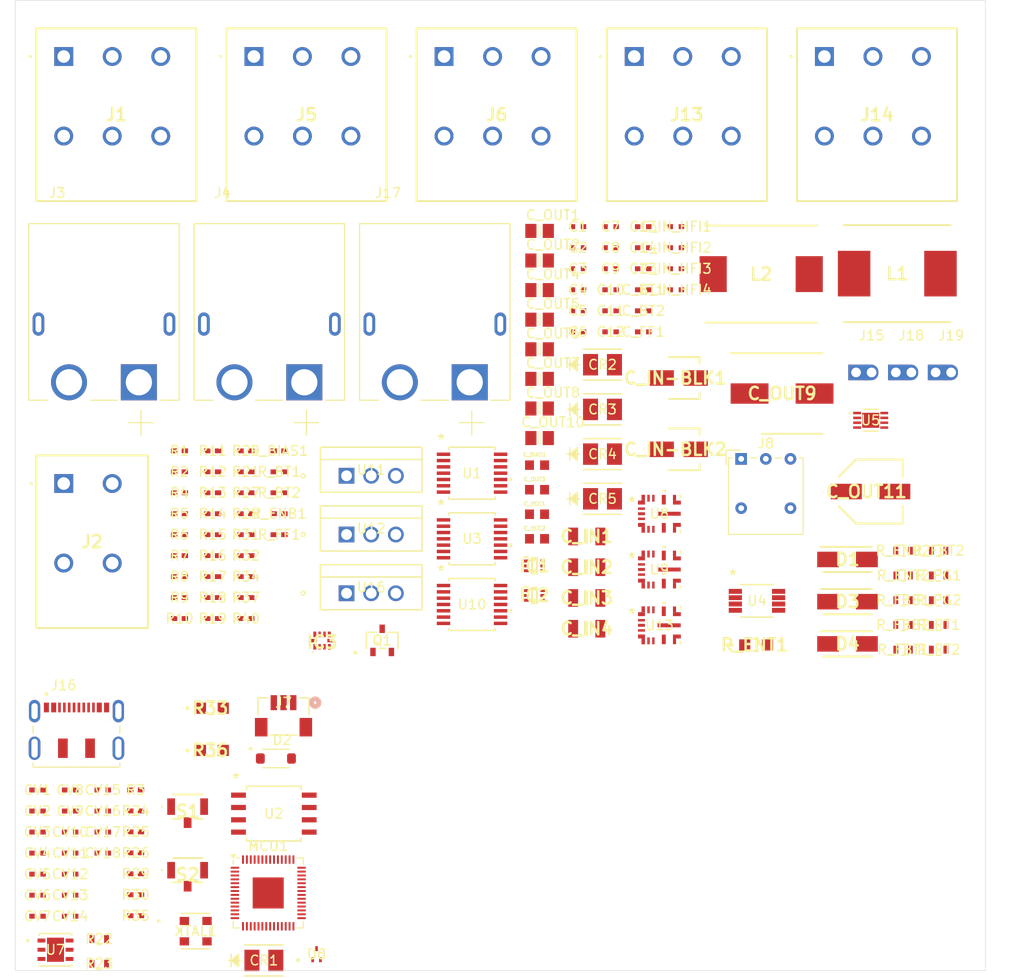
<source format=kicad_pcb>
(kicad_pcb (version 20240108) (generator "pcbnew") (generator_version "8.0")
  (layers (0 "F.Cu" signal) (1 "In1.Cu" signal) (2 "In2.Cu" signal) (3 "In3.Cu" signal) (4 "In4.Cu" signal) (31 "B.Cu" signal) (34 "B.Paste" user) (35 "F.Paste" user) (36 "B.SilkS" user "B.Silkscreen") (37 "F.SilkS" user "F.Silkscreen") (38 "B.Mask" user) (39 "F.Mask" user) (44 "Edge.Cuts" user))
  (net 0 "")
  (net 1 "Net-(U1-T+)")
  (net 2 "GND")
  (net 3 "Net-(U1-T-)")
  (net 4 "+3.3V")
  (net 5 "+5V")
  (net 6 "Net-(U3-T+)")
  (net 7 "Net-(U3-T-)")
  (net 8 "Net-(U9-T-)")
  (net 9 "Net-(U9-T+)")
  (net 10 "Net-(U4-EN)")
  (net 11 "Net-(CR1-Pad2)")
  (net 12 "Net-(CR2-Pad1)")
  (net 13 "/5V REG")
  (net 14 "Net-(U13-SW)")
  (net 15 "Net-(U13-CBOOT)")
  (net 16 "Net-(CR3-Pad1)")
  (net 17 "Net-(CR4-Pad1)")
  (net 18 "Net-(C_FF1-Pad1)")
  (net 19 "Net-(U13-FB)")
  (net 20 "Net-(CR5-Pad1)")
  (net 21 "Net-(MCU1-RUN)")
  (net 22 "+16V")
  (net 23 "+12V")
  (net 24 "Net-(MCU1-VREG_VOUT)")
  (net 25 "/RP2040 Standard/+5V")
  (net 26 "Net-(D1-A)")
  (net 27 "Net-(U10-BIAS)")
  (net 28 "/RP2040 Standard/MCU QSPI_SD0")
  (net 29 "/RP2040 Standard/MCU QSPI_SD1")
  (net 30 "/RP2040 Standard/MCU QSPI_SS")
  (net 31 "/RP2040 Standard/MCU QSPI_SD2")
  (net 32 "/RP2040 Standard/MCU QSPI_SD3")
  (net 33 "/RP2040 Standard/MCU QSPI_SCLK")
  (net 34 "/THERMO1 T+")
  (net 35 "Net-(U10-CBOOT)")
  (net 36 "Net-(U10-SW)")
  (net 37 "Net-(J7-Pad3)")
  (net 38 "Net-(J7-Pad1)")
  (net 39 "/THERMO1 T-")
  (net 40 "/THERMO2 T+")
  (net 41 "/THERMO2 T-")
  (net 42 "/THERMO3 T+")
  (net 43 "/THERMO3 T-")
  (net 44 "/ADC_AIN0")
  (net 45 "/RP2040 Standard/USB_DM")
  (net 46 "Net-(U10-FB)")
  (net 47 "Net-(D4-A)")
  (net 48 "Net-(IC1-E2)")
  (net 49 "Net-(IC1-E1)")
  (net 50 "Net-(IC2-E1)")
  (net 51 "Net-(IC2-E2)")
  (net 52 "/ADC_AIN1")
  (net 53 "/RP2040 Standard/USB_DP")
  (net 54 "/ADC_AIN2")
  (net 55 "Net-(IC3-SCL)")
  (net 56 "Net-(IC3-ALERT{slash}RDY)")
  (net 57 "Net-(IC3-SDA)")
  (net 58 "Net-(J2-2.1)")
  (net 59 "Net-(J2-1.1)")
  (net 60 "Net-(MCU1-USB_DP)")
  (net 61 "/RP2040 Standard/GP16{slash}SPI0 MISO")
  (net 62 "Net-(MCU1-USB_DM)")
  (net 63 "/RP2040 Standard/GP2{slash}UART0 CTS")
  (net 64 "/SPI_MOSI")
  (net 65 "/THERMO3_~{FAULT}")
  (net 66 "/THERMO2_~{FAULT}")
  (net 67 "/RS_RX")
  (net 68 "/RP2040 Standard/GPIO7")
  (net 69 "/RP2040 Standard/GP18{slash}SPI0 SCK")
  (net 70 "/RP2040 Standard/GPIO26")
  (net 71 "/THERMO3_~{DRDY}")
  (net 72 "/DC.DC2 PGOOD")
  (net 73 "/THERMO1_~{CS}")
  (net 74 "/THERMO1_~{FAULT}")
  (net 75 "/RP2040 Standard/GPIO6")
  (net 76 "/THERMO2_~{CS}")
  (net 77 "/Valve Control 2")
  (net 78 "/RP2040 Standard/GP29_ADC3")
  (net 79 "/RP2040 Standard/GP0{slash}UART0 TX")
  (net 80 "/RP2040 Standard/GP8{slash}SPI1 MISO")
  (net 81 "/RP2040 Standard/GPIO22")
  (net 82 "CRYSTAL")
  (net 83 "/RP2040 Standard/GP5{slash}SPI0 ~{CS1}")
  (net 84 "/ADC SDA I2C")
  (net 85 "/RP2040 Standard/GPIO3")
  (net 86 "/SPI_SCK")
  (net 87 "/RP2040 Standard/GPIO9")
  (net 88 "/RP2040 Standard/GP21{slash}SPI0 ~{CS3}")
  (net 89 "/ADC SDL I2C")
  (net 90 "/THERMO3_~{CS}")
  (net 91 "/DC.DC1 PGOOD")
  (net 92 "/RS_TX")
  (net 93 "/THERMO1_~{DRDY}")
  (net 94 "/RP2040 Standard/GP27_ADC1")
  (net 95 "/SPI_MISO")
  (net 96 "/THERMO2_~{DRDY}")
  (net 97 "/RP2040 Standard/GP28_ADC2")
  (net 98 "/RS_ENABLE")
  (net 99 "/Valve Control 1")
  (net 100 "/ADC RDY")
  (net 101 "/RP2040 Standard/GP17{slash}SPI0 ~{CS2}")
  (net 102 "/RP2040 Standard/GP20{slash}PWM2 A{slash}CLKIN 0")
  (net 103 "/RP2040 Standard/~{RST}")
  (net 104 "Net-(XTAL1-TRI-STATE(STBY))")
  (net 105 "/RP2040 Standard/~{USB_BOOT}")
  (net 106 "Net-(U13-EN{slash}SYNC)")
  (net 107 "/RP2040 Standard/GP13{slash}I2C0 SCL")
  (net 109 "Net-(U13-RT)")
  (net 110 "/RP2040 Standard/GP19{slash}SPI0 MOSI")
  (net 112 "/RP2040 Standard/GPIO10")
  (net 113 "Net-(MCU1-GPIO25)")
  (net 114 "/RP2040 Standard/GP15{slash}I2C1 SCL")
  (net 116 "/RP2040 Standard/GP14{slash}I2C1 SDA")
  (net 120 "/RP2040 Standard/GPIO4")
  (net 121 "/RP2040 Standard/GPIO11")
  (net 122 "/RP2040 Standard/GP24{slash}PWM4 A")
  (net 123 "Net-(MCU1-SWCLK)")
  (net 124 "Net-(MCU1-SWD)")
  (net 125 "Net-(D2-PadA)")
  (net 126 "Net-(D3-A)")
  (net 135 "Net-(J16-CC1)")
  (net 136 "Net-(J16-CC2)")
  (net 137 "/RP2040 Standard/GP1{slash}UART0 RX")
  (net 138 "/RP2040 Standard/GPIO23")
  (net 139 "/RP2040 Standard/GP12{slash}I2C0 SDA")
  (net 140 "Net-(U10-RBOOT)")
  (net 141 "/TEMP ALERT")
  (net 142 "/TEMP SDA I2C")
  (net 143 "/TEMP SDL I2C")
  (net 144 "Net-(U13-RBOOT)")
  (net 145 "Net-(U10-EN{slash}SYNC)")
  (net 146 "Net-(U10-RT)")
  (net 148 "/Valve Control 3")
  (footprint "Capacitor-0805:Capacitor_0805" (layer "F.Cu") (at 182.545 72.275)
    (property "Reference" "C_OUT1")
    (property "Value" "22u")
  )
  (footprint "Resistor-0402:RES_0402" (layer "F.Cu") (at 152.273995 107.9026)
    (property "Reference" "R34")
    (property "Value" "2k")
  )
  (footprint "Resistor-0603:RES_0603" (layer "F.Cu") (at 137.1602 147.8041)
    (property "Reference" "R23")
    (property "Value" "27")
  )
  (footprint "LED-Green_VLMC3100-GS08:LED_PLCC_VSMB" (layer "F.Cu") (at 189.0284 90.6702)
    (property "Reference" "CR3")
    (property "Value" "VLMC3100-GS08")
  )
  (footprint "Resistor-0603:RES_0603" (layer "F.Cu") (at 223.6706 112.8829)
    (property "Reference" "R_RT1")
    (property "Value" "33k2")
  )
  (footprint "SWD_Con:CONN_BM03B-SRSS-TBLFSN_JST" (layer "F.Cu") (at 156.1527 122.3233)
    (property "Reference" "J7")
    (property "Value" "BM03B-SRSS-TBLFSN")
  )
  (footprint "Capacitor-4mm:Capacitor_4mm" (layer "F.Cu") (at 196.885 94.785)
    (property "Reference" "C_IN-BLK2")
    (property "Value" "10u" (hide yes))
  )
  (footprint "Resistor-0402:RES_0402" (layer "F.Cu") (at 155.695593 103.5818)
    (property "Reference" "R_FF1")
    (property "Value" "1k")
  )
  (footprint "Capacitor-0402:Capacitor_0402" (layer "F.Cu") (at 193.2255 74.0026)
    (property "Reference" "C14")
    (property "Value" "10nF")
  )
  (footprint "Conn XT60PW-M:AMASS_XT60PW-M" (layer "F.Cu") (at 171.745 81.875)
    (property "Reference" "J17")
    (property "Value" "XT60PW-M")
  )
  (footprint "Resistor-0402:RES_0402" (layer "F.Cu") (at 140.910799 132.0506)
    (property "Reference" "R24")
    (property "Value" "100")
  )
  (footprint "Resistor-0402:RES_0402" (layer "F.Cu") (at 148.852397 112.2234)
    (property "Reference" "R19")
    (property "Value" "2k")
  )
  (footprint "Resistor-0402:RES_0402" (layer "F.Cu") (at 140.910799 136.3714)
    (property "Reference" "R26")
    (property "Value" "1k")
  )
  (footprint "Capacitor-0402:Capacitor_0402" (layer "F.Cu") (at 193.2255 80.5078)
    (property "Reference" "C_BT2")
    (property "Value" "100n")
  )
  (footprint "Capacitor-0402:Capacitor_0402" (layer "F.Cu") (at 130.8011 129.8942)
    (property "Reference" "CV1")
    (property "Value" "1uF")
  )
  (footprint "Capacitor-8mm:Capacitor_8mm" (layer "F.Cu") (at 207.535 89.035)
    (property "Reference" "C_OUT9")
    (property "Value" "560u" (hide yes))
  )
  (footprint "Capacitor-0402:Capacitor_0402" (layer "F.Cu") (at 193.2255 78.3394)
    (property "Reference" "C_BT1")
    (property "Value" "100n")
  )
  (footprint "Capacitor-0402:Capacitor_0402" (layer "F.Cu") (at 137.5255 129.8942)
    (property "Reference" "CV15")
    (property "Value" "4.7uF")
  )
  (footprint "Resistor-0603:RES_0603" (layer "F.Cu") (at 137.1602 145.2547)
    (property "Reference" "R22")
    (property "Value" "27")
  )
  (footprint "LED-Green_VLMC3100-GS08:LED_PLCC_VSMB" (layer "F.Cu") (at 189.0284 95.277)
    (property "Reference" "CR4")
    (property "Value" "VLMC3100-GS08")
  )
  (footprint "Resistor-0402:RES_0402" (layer "F.Cu") (at 155.695593 94.9402)
    (property "Reference" "R_BIAS1")
    (property "Value" "10")
  )
  (footprint "Capacitor-0402:Capacitor_0402" (layer "F.Cu") (at 134.1633 134.231)
    (property "Reference" "CV10")
    (property "Value" "100nF")
  )
  (footprint "Capacitor-0402:Capacitor_0402" (layer "F.Cu") (at 134.1633 138.5678)
    (property "Reference" "CV12")
    (property "Value" "100nF")
  )
  (footprint "Capacitor-0603:Capacitor_0603" (layer "F.Cu") (at 182.28 104.005)
    (property "Reference" "C_VCC2")
    (property "Value" "1u")
  )
  (footprint "Capacitor-0402:Capacitor_0402" (layer "F.Cu") (at 189.8633 78.3394)
    (property "Reference" "C10")
    (property "Value" "10nF")
  )
  (footprint "Pico_Conn1x1:Pico_01pin" (layer "F.Cu") (at 224.9606 86.86)
    (property "Reference" "J19")
    (property "Value" "Conn_01x01_Socket")
  )
  (footprint "Capacitor-0402:Capacitor_0402" (layer "F.Cu") (at 196.5877 78.3394)
    (property "Reference" "C_IN_HFI4")
    (property "Value" "100n")
  )
  (footprint "Resistor-0603:RES_0603" (layer "F.Cu") (at 220.0102 112.8829)
    (property "Reference" "R_FBB2")
    (property "Value" "9k09")
  )
  (footprint "Resistor-0402:RES_0402" (layer "F.Cu") (at 148.852397 99.261)
    (property "Reference" "R13")
    (property "Value" "10K")
  )
  (footprint "Capacitor-0402:Capacitor_0402" (layer "F.Cu") (at 186.5011 82.6762)
    (property "Reference" "C6")
    (property "Value" "10nF")
  )
  (footprint "2 PNP:SOTFL50P160X60-6N" (layer "F.Cu") (at 182.02 109.845)
    (property "Reference" "IC2")
    (property "Value" "NSVT30010MXV6T1G" (hide yes))
  )
  (footprint "Resistor-0402:RES_0402" (layer "F.Cu") (at 140.910799 140.6922)
    (property "Reference" "R30")
    (property "Value" "665")
  )
  (footprint "Capacitor-0805:Capacitor_0805" (layer "F.Cu") (at 182.545 75.325)
    (property "Reference" "C_OUT2")
    (property "Value" "22u")
  )
  (footprint "Conn XT60PW-M:AMASS_XT60PW-M" (layer "F.Cu") (at 154.695 81.875)
    (property "Reference" "J4")
    (property "Value" "XT60PW-M")
  )
  (footprint "Resistor-0402:RES_0402" (layer "F.Cu") (at 140.910799 129.8902)
    (property "Reference" "R3")
    (property "Value" "1k")
  )
  (footprint "Capacitor-0402:Capacitor_0402" (layer "F.Cu") (at 193.2255 71.8342)
    (property "Reference" "C13")
    (property "Value" "10nF")
  )
  (footprint "USBC-DX07S016JA1:JAE_DX07S016JA1R1500" (layer "F.Cu") (at 134.815 122.49)
    (property "Reference" "J16")
    (property "Value" "DX07S016JA1R1500")
    (fp_line (start 2.875 -0.315) (end 3.125 -0.315) (stroke (width 0.01)) (layer "Edge.Cuts"))
    (fp_line (start 3.125 0.315) (end 2.875 0.315) (stroke (width 0.01)) (layer "Edge.Cuts"))
    (fp_arc (start 2.56 0) (mid 2.652261 -0.222739) (end 2.875 -0.315) (stroke (width 0.01)) (layer "Edge.Cuts"))
    (fp_arc (start 2.875 0.315) (mid 2.652261 0.222739) (end 2.56 0) (stroke (width 0.01)) (layer "Edge.Cuts"))
    (fp_arc (start 3.125 -0.315) (mid 3.347739 -0.222739) (end 3.44 0) (stroke (width 0.01)) (layer "Edge.Cuts"))
    (fp_arc (start 3.44 0) (mid 3.347739 0.222739) (end 3.125 0.315) (stroke (width 0.01)) (layer "Edge.Cuts"))
  )
  (footprint "LPT Conn 2 Entradas:1190297" (layer "F.Cu") (at 133.5 98.31)
    (property "Reference" "J2")
    (property "Value" "1190297" (hide yes))
  )
  (footprint "Inductor-11.5x10:Inductor_11.5x10" (layer "F.Cu") (at 205.385 76.725)
    (property "Reference" "L2")
    (property "Value" "10u" (hide yes))
  )
  (footprint "Capacitor-6mm:Capacitor_6mm" (layer "F.Cu") (at 216.655 99.135)
    (property "Reference" "C_OUT11")
    (property "Value" "100u" (hide yes))
  )
  (footprint "Capacitor-1206:Capacitor_1206" (layer "F.Cu") (at 187.405 110.105)
    (property "Reference" "C_IN3")
    (property "Value" "4.7u" (hide yes))
  )
  (footprint "Capacitor-0402:Capacitor_0402" (layer "F.Cu") (at 134.1633 132.0626)
    (property "Reference" "CV9")
    (property "Value" "100nF")
  )
  (footprint "Capacitor-0402:Capacitor_0402" (layer "F.Cu") (at 193.2255 76.171)
    (property "Reference" "C23")
    (property "Value" "100nF")
  )
  (footprint "LED-Green_VLMC3100-GS08:LED_PLCC_VSMB" (layer "F.Cu") (at 189.0284 86.0634)
    (property "Reference" "CR2")
    (property "Value" "VLMC3100-GS08")
  )
  (footprint "Resistor-0402:RES_0402" (layer "F.Cu") (at 152.273995 105.7422)
    (property "Reference" "R32")
    (property "Value" "1k")
  )
  (footprint "E-Switch_Small:TL1017AABF160QG" (layer "F.Cu") (at 146.27 131.61)
    (property "Reference" "S1")
    (property "Value" "TL1017AABF160QG" (hide yes))
  )
  (footprint "Capacitor-0402:Capacitor_0402" (layer "F.Cu") (at 186.5011 71.8342)
    (property "Reference" "C1")
    (property "Value" "100nF")
  )
  (footprint "Resistor-0603:RES_0603" (layer "F.Cu") (at 220.0102 115.4323)
    (property "Reference" "R_FBT1")
    (property "Value" "100K")
  )
  (footprint "LPT Conn 3 Entradas:1190298" (layer "F.Cu") (at 172.7 54.3)
    (property "Reference" "J6")
    (property "Value" "1190298" (hide yes))
  )
  (footprint "Resistor-0402:RES_0402" (layer "F.Cu") (at 152.273995 97.1006)
    (property "Reference" "R21")
    (property "Value" "1k")
  )
  (footprint "NMOS IRLZ44:PG-TO220-3_INF" (layer "F.Cu") (at 162.6498 97.5096)
    (property "Reference" "U11")
    (property "Value" "IRLZ44NPBF")
  )
  (footprint "NMOS IRLZ44:PG-TO220-3_INF" (layer "F.Cu") (at 162.6498 109.6188)
    (property "Reference" "U16")
    (property "Value" "IRLZ44NPBF")
  )
  (footprint "LED-Green_VLMC3100-GS08:LED_PLCC_VSMB" (layer "F.Cu") (at 189.0284 99.8838)
    (property "Reference" "CR5")
    (property "Value" "VLMC3100-GS08")
  )
  (footprint "LPT Conn 3 Entradas:1190298" (layer "F.Cu") (at 133.5 54.3)
    (property "Reference" "J1")
    (property "Value" "1190298" (hide yes))
  )
  (footprint "Resistor-0402:RES_0402" (layer "F.Cu") (at 152.273995 94.9402)
    (property "Reference" "R20")
    (property "Value" "2k")
  )
  (footprint "Diode-Schottky_PMEG2010ER:SODFL3517X110N" (layer "F.Cu") (at 155.37 126.65)
    (property "Reference" "D2")
    (property "Value" "PMEG2010ER")
  )
  (footprint "Resistor-0805:RES_0805" (layer "F.Cu") (at 204.86 114.945)
    (property "Reference" "R_ENT1")
    (property "Value" "400k" (hide yes))
  )
  (footprint "Capacitor-0805:Capacitor_0805" (layer "F.Cu") (at 182.545 78.375)
    (property "Reference" "C_OUT4")
    (property "Value" "10u")
  )
  (footprint "Resistor-0603:RES_0603" (layer "F.Cu") (at 223.6706 110.3335)
    (property "Reference" "R_PG2")
    (property "Value" "100K")
  )
  (footprint "Resistor-0402:RES_0402" (layer "F.Cu") (at 148.852397 107.9026)
    (property "Reference" "R17")
    (property "Value" "10k")
  )
  (footprint "Capacitor-0805:Capacitor_0805" (layer "F.Cu") (at 182.545 84.475)
    (property "Reference" "C_OUT6")
    (property "Value" "10u")
  )
  (footprint "E-Switch_Small:TL1017AABF160QG" (layer "F.Cu") (at 146.27 138.16)
    (property "Reference" "S2")
    (property "Value" "TL1017AABF160QG" (hide yes))
  )
  (footprint "Inductor-10.1x10:Inductor_10.1x10" (layer "F.Cu") (at 219.41 76.675)
    (property "Reference" "L1")
    (property "Value" "15u" (hide yes))
  )
  (footprint "LPT Conn 3 Entradas:1190298" (layer "F.Cu") (at 153.1 54.3)
    (property "Reference" "J5")
    (property "Value" "1190298" (hide yes))
  )
  (footprint "Capacitor-0603:Capacitor_0603" (layer "F.Cu") (at 182.28 98.945)
    (property "Reference" "C_OUT3")
    (property "Value" "1u")
  )
  (footprint "Diode-Schottky_RSX301L:DIOM5026X220N" (layer "F.Cu") (at 214.28 106.135)
    (property "Reference" "D1")
    (property "Value" "RSX301L-30DDTE25" (hide yes))
  )
  (footprint "Resistor-0402:RES_0402" (layer "F.Cu") (at 152.273995 99.261)
    (property "Reference" "R27")
    (property "Value" "1k")
  )
  (footprint "Resistor-0402:RES_0402" (layer "F.Cu") (at 145.430799 110.063)
    (property "Reference" "R9")
    (property "Value" "20K")
  )
  (footprint "Resistor-0402:RES_0402" (layer "F.Cu") (at 155.695593 99.261)
    (property "Reference" "R_BT2")
    (property "Value" "50")
  )
  (footprint "Capacitor-0402:Capacitor_0402" (layer "F.Cu") (at 189.8633 71.8342)
    (property "Reference" "C7")
    (property "Value" "10nF")
  )
  (footprint "Resistor-0402:RES_0402" (layer "F.Cu") (at 152.273995 103.5818)
    (property "Reference" "R31")
    (property "Value" "2k")
  )
  (footprint "Package_DFN_QFN:QFN-56-1EP_7x7mm_P0.4mm_EP3.2x3.2mm" (layer "F.Cu") (at 154.575 140.505)
    (property "Reference" "MCU1")
    (property "Value" "RP2040")
  )
  (footprint "Resistor-0402:RES_0402" (layer "F.Cu") (at 145.430799 101.4214)
    (property "Reference" "R5")
    (property "Value" "2k")
  )
  (footprint "MCP9808-TempSensor:DFN8_2x3MC_MCH" (layer "F.Cu") (at 216.6674 91.7935)
    (property "Reference" "U5")
    (property "Value" "MAX485CSA+T")
  )
  (footprint "Resistor-0402:RES_0402" (layer "F.Cu") (at 145.430799 103.5818)
    (property "Reference" "R6")
    (property "Value" "100")
  )
  (footprint "LPT Conn 3 Entradas:1190298" (layer "F.Cu") (at 211.9 54.3)
    (property "Reference" "J14")
    (property "Value" "1190298" (hide yes))
  )
  (footprint "Capacitor-0603:Capacitor_0603" (layer "F.Cu") (at 182.28 101.475)
    (property "Reference" "C_VCC1")
    (property "Value" "1u")
  )
  (footprint "Capacitor-0402:Capacitor_0402" (layer "F.Cu") (at 130.8011 134.231)
    (property "Reference" "CV3")
    (property "Value" "1uF")
  )
  (footprint "Resistor-0402:RES_0402" (layer "F.Cu") (at 145.430799 107.9026)
    (property "Reference" "R8")
    (property "Value" "120")
  )
  (footprint "DCDC_LM61460:VQFN-HR14_RJR_TEX" (layer "F.Cu") (at 194.895799 101.423599)
    (property "Reference" "U8")
    (property "Value" "MCP9808T-E/MC")
  )
  (footprint "Thermocouple:21-0066J_14_MXM" (layer "F.Cu") (at 175.5824 104.0087)
    (property "Reference" "U3")
    (property "Value" "MAX31856MUD+T")
  )
  (footprint "DCDC_LM61460:VQFN-HR14_RJR_TEX" (layer "F.Cu") (at 194.895799 107.172997)
    (property "Reference" "U9")
    (property "Value" "MAX31856MUD+T")
  )
  (footprint "Resistor-0402:RES_0402" (layer "F.Cu") (at 148.852397 97.1006)
    (property "Reference" "R12")
    (property "Value" "10K")
  )
  (footprint "Pico_Conn1x1:Pico_01pin" (layer "F.Cu") (at 216.7602 86.86)
    (property "Reference" "J15")
    (property "Value" "Conn_01x01_Socket")
  )
  (footprint "Resistor-0603:RES_0603" (layer "F.Cu") (at 220.0102 110.3335)
    (property "Reference" "R_FBB1")
    (property "Value" "24k9")
  )
  (footprint "Resistor-0402:RES_0402" (layer "F.Cu") (at 148.852397 94.9402)
    (property "Reference" "R11")
    (property "Value" "10K")
  )
  (footprint "Capacitor-1206:Capacitor_1206" (layer "F.Cu") (at 187.405 113.275)
    (property "Reference" "C_IN4")
    (property "Value" "4.7u" (hide yes))
  )
  (footprint "Resistor-0402:RES_0402" (layer "F.Cu") (at 148.852397 110.063)
    (property "Reference" "R18")
    (property "Value" "100")
  )
  (footprint "Capacitor-0402:Capacitor_0402" (layer "F.Cu") (at 186.5011 80.5078)
    (property "Reference" "C5")
    (property "Value" "10nF")
  )
  (footprint "Resistor-0603:RES_0603" (layer "F.Cu") (at 223.6706 107.7841)
    (property "Reference" "R_PG1")
    (property "Value" "100K")
  )
  (footprint "Resistor-0402:RES_0402" (layer "F.Cu") (at 148.852397 103.5818)
    (property "Reference" "R15")
    (property "Value" "2k")
  )
  (footprint "Capacitor-0402:Capacitor_0402" (layer "F.Cu") (at 137.5255 132.0626)
    (property "Reference" "CV16")
    (property "Value" "4.7uF")
  )
  (footprint "Capacitor-0402:Capacitor_0402" (layer "F.Cu") (at 196.5877 74.0026)
    (property "Reference" "C_IN_HFI2")
    (property "Value" "100n")
  )
  (footprint "Capacitor-0402:Capacitor_0402" (layer "F.Cu") (at 189.8633 80.5078)
    (property "Reference" "C11")
    (property "Value" "100 nF")
  )
  (footprint "Capacitor-0402:Capacitor_0402" (layer "F.Cu") (at 189.8633 76.171)
    (property "Reference" "C9")
    (property "Value" "100nF")
  )
  (footprint "Resistor-0603:RES_0603" (layer "F.Cu") (at 223.6706 115.4323)
    (property "Reference" "R_RT2")
    (property "Value" "33k2")
  )
  (footprint "Resistor-0402:RES_0402" (layer "F.Cu") (at 140.910799 142.8526)
    (property "Reference" "R35")
    (property "Value" "1k")
  )
  (footprint "Resistor-0603:RES_0603" (layer "F.Cu") (at 223.6706 105.2347)
    (property "Reference" "R_FBT2")
    (property "Value" "100K")
  )
  (footprint "NMOS_2N7002:PG-SOT23-3-5_INF_MIN" (layer "F.Cu") (at 166.3218 114.4758)
    (property "Reference" "Q1")
    (property "Value" "2N7002H6327XTSA2")
  )
  (footprint "Capacitor-0402:Capacitor_0402" (layer "F.Cu") (at 193.2255 82.6762)
    (property "Reference" "C_FF1")
    (property "Value" "22p")
  )
  (footprint "Resistor-0603:RES_0603" (layer "F.Cu") (at 220.0102 107.7841)
    (property "Reference" "R_ENT2")
    (property "Value" "1.15M")
  )
  (footprint "Capacitor-0805:Capacitor_0805" (layer "F.Cu") (at 182.545 87.525)
    (property "Reference" "C_OUT7")
    (property "Value" "22u")
  )
  (footprint "Resistor-0805:RES_0805" (layer "F.Cu") (at 148.77 121.465)
    (property "Reference" "R33")
    (property "Value" "5k1" (hide yes))
  )
  (footprint "LPT Conn 3 Entradas:1190298" (layer "F.Cu") (at 192.3 54.3)
    (property "Reference" "J13")
    (property "Value" "1190298" (hide yes))
  )
  (footprint "Pico_Conn1x1:Pico_01pin" (layer "F.Cu") (at 220.8604 86.86)
    (property "Reference" "J18")
    (property "Value" "Conn_01x01_Socket")
  )
  (footprint "Diode-Schottky_RSX301L:DIOM5026X220N" (layer "F.Cu") (at 214.28 114.835)
    (property "Reference" "D4")
    (property "Value" "RSX301L-30DDTE25" (hide yes))
  )
  (footprint "LDO ST1L05A:DFN_5APU33R_STM" (layer "F.Cu") (at 132.6528 146.3596)
    (property "Reference" "U7")
    (property "Value" "ST1L05APU33R")
  )
  (footprint "Capacitor-0402:Capacitor_0402" (layer "F.Cu") (at 189.8633 74.0026)
    (property "Reference" "C8")
    (property "Value" "10nF")
  )
  (footprint "Capacitor-0805:Capacitor_0805" (layer "F.Cu") (at 182.545 90.575)
    (property "Reference" "C_OUT8")
    (property "Value" "10u")
  )
  (footprint "2 PNP:SOTFL50P160X60-6N" (layer "F.Cu") (at 182.02 106.795)
    (property "Reference" "IC1")
    (property "Value" "NSVT30010MXV6T1G" (hide yes))
  )
  (footprint "Capacitor-0402:Capacitor_0402" (layer "F.Cu") (at 196.5877 71.8342)
    (property "Reference" "C_IN_HFI1")
    (property "Value" "100n")
  )
  (footprint "Capacitor-0402:Capacitor_0402" (layer "F.Cu") (at 130.8011 140.7362)
    (property "Reference" "CV6")
    (property "Value" "1uF")
  )
  (footprint "Capacitor-4mm:Capacitor_4mm" (layer "F.Cu") (at 196.885 87.435)
    (property "Reference" "C_IN-BLK1")
    (property "Value" "10u" (hide yes))
  )
  (footprint "Resistor-0402:RES_0402" (layer "F.Cu") (at 152.273995 101.4214)
    (property "Reference" "R28")
    (property "Value" "1k")
  )
  (footprint "Resistor-0402:RES_0402" (layer "F.Cu") (at 145.430799 97.1006)
    (property "Reference" "R2")
    (property "Value" "100")
  )
  (footprint "ESD7L5-Diode:SOT-723_0P85X1P25_ONS" (layer "F.Cu") (at 159.5555 146.8157)
    (property "Reference" "U6")
    (property "Value" "ESD7L5.0DT5G")
  )
  (footprint "Capacitor-0402:Capacitor_0402" (layer "F.Cu") (at 186.5011 78.3394)
    (property "Reference" "C4")
    (property "Value" "10nF")
  )
  (footprint "Capacitor-0402:Capacitor_0402" (layer "F.Cu") (at 137.5255 134.231)
    (property "Reference" "CV17")
    (property "Value" "1uF")
  )
  (footprint "Resistor-0402:RES_0402" (layer "F.Cu") (at 155.695593 101.4214)
    (property "Reference" "R_ENB1")
    (property "Value" "35k")
  )
  (footprint "Resistor-0402:RES_0402" (layer "F.Cu") (at 148.852397 101.4214)
    (property "Reference" "R14")
    (property "Value" "10k")
  )
  (footprint "LED-Green_VLMC3100-GS08:LED_PLCC_VSMB" (layer "F.Cu") (at 154.1284 147.4634)
    (property "Reference" "CR1")
    (property "Value" "VLMC3100-GS08")
  )
  (footprint "Capacitor-0402:Capacitor_0402" (layer "F.Cu") (at 186.5011 76.171)
    (property "Reference" "C3")
    (property "Value" "100nF")
  )
  (footprint "Resistor-0402:RES_0402" (layer "F.Cu") (at 140.910799 134.211)
    (property "Reference" "R25")
    (property "Value" "100")
  )
  (footprint "Capacitor-0402:Capacitor_0402" (layer "F.Cu") (at 130.8011 132.0626)
    (property "Reference" "CV2")
    (property "Value" "100nF")
  )
  (footprint "Diode-Schottky_RSX301L:DIOM5026X220N" (layer "F.Cu") (at 214.28 110.485)
    (property "Reference" "D3")
    (property "Value" "RSX301L-30DDTE25" (hide yes))
  )
  (footprint "Button_Switch_THT:SW_Lever_1P2T_NKK_GW12LxH" (layer "F.Cu") (at 203.32 95.77)
    (property "Reference" "J8")
    (property "Value" "XT60PW-M")
  )
  (footprint "Capacitor-0603:Capacitor_0603" (layer "F.Cu") (at 182.28 96.415)
    (property "Reference" "C_BIAS1")
    (property "Value" "1u")
  )
  (footprint "Resistor-0805:RES_0805" (layer "F.Cu") (at 148.77 125.815)
    (property "Reference" "R36")
    (property "Value" "5k1" (hide yes))
  )
  (footprint "Conn XT60PW-M:AMASS_XT60PW-M" (layer "F.Cu") (at 137.645 81.875)
    (property "Reference" "J3")
    (property "Value" "XT60PW-M")
  )
  (footprint "Resistor-0402:RES_0402" (layer "F.Cu") (at 155.695593 97.1006)
    (property "Reference" "R_BT1")
    (property "Value" "100")
  )
  (footprint "Resistor-0402:RES_0402" (layer "F.Cu") (at 152.273995 112.2234)
    (property "Reference" "R40")
    (property "Value" "2k")
  )
  (footprint "Resistor-0402:RES_0402" (layer "F.Cu") (at 140.910799 138.5318)
    (property "Reference" "R29")
    (property "Value" "10k")
  )
  (footprint "Capacitor-0402:Capacitor_0402" (layer "F.Cu") (at 134.1633 136.3994)
    (property "Reference" "CV11")
    (property "Value" "100nF")
  )
  (footprint "Capacitor-0805:Capacitor_0805" (layer "F.Cu") (at 182.545 93.625)
    (property "Reference" "C_OUT10")
    (property "Value" "10u")
  )
  (footprint "Capacitor-0805:Capacitor_0805" (layer "F.Cu") (at 182.545 81.425)
    (property "Reference" "C_OUT5")
    (property "Value" "22u")
  )
  (footprint "Capacitor-0402:Capacitor_0402" (layer "F.Cu") (at 134.1633 129.8942)
    (property "Reference" "CV8")
    (property "Value" "100nF")
  )
  (footprint "Resistor-0402:RES_0402" (layer "F.Cu") (at 145.430799 112.2234)
    (property "Reference" "R10")
    (property "Value" "20K")
  )
  (footprint "Capacitor-0402:Capacitor_0402" (layer "F.Cu") (at 130.8011 142.9046)
    (property "Reference" "CV7")
    (property "Value" "100nF")
  )
  (footprint "Capacitor-0402:Capacitor_0402" (layer "F.Cu") (at 196.5877 76.171)
    (property "Reference" "C_IN_HFI3")
    (property "Value" "100n")
  )
  (footprint "I2C Voltage Translator:TSSOP8_SOT505-1_NXP" (layer "F.Cu") (at 204.9485 110.3996)
    (property "Reference" "U4")
    (property "Value" "PCA9306DP_118")
  )
  (footprint "Capacitor-0402:Capacitor_0402" (layer "F.Cu") (at 130.8011 136.3994)
    (property "Reference" "CV4")
    (property "Value" "100nF")
  )
  (footprint "NMOS IRLZ44:PG-TO220-3_INF" (layer "F.Cu") (at 162.6498 103.5642)
    (property "Reference" "U12")
    (property "Value" "IRLZ44NPBF")
  )
  (footprint "Capacitor-0402:Capacitor_0402" (layer "F.Cu") (at 137.5255 136.3994)
    (property "Reference" "CV18")
    (property "Value" "100nF")
  )
  (footprint "Capacitor-1206:Capacitor_1206" (layer "F.Cu") (at 187.405 106.935)
    (property "Reference" "C_IN2")
    (property "Value" "4.7u" (hide yes))
  )
  (footprint "Capacitor-0402:Capacitor_0402" (layer "F.Cu") (at 134.1633 140.7362)
    (property "Reference" "CV13")
    (property "Value" "1uF")
  )
  (footprint "Resistor-0402:RES_0402" (layer "F.Cu") (at 148.852397 105.7422)
    (property "Reference" "R16")
    (property "Value" "100")
  )
  (footprint "ADS1115:ADS1115IRUGR" (layer "F.Cu") (at 160.125 114.495)
    (property "Reference" "IC3")
    (property "Value" "ADS1115IRUGR" (hide yes))
  )
  (footprint "Capacitor-1206:Capacitor_1206" (layer "F.Cu") (at 187.405 103.765)
    (property "Reference" "C_IN1")
    (property "Value" "4.7u" (hide yes))
  )
  (footprint "Capacitor-0402:Capacitor_0402" (layer "F.Cu") (at 134.1633 142.9046)
    (property "Reference" "CV14")
    (property "Value" "100nF")
  )
  (footprint "Thermocouple:21-0066J_14_MXM" (layer "F.Cu") (at 175.5824 110.7745)
    (property "Reference" "U10")
    (property "Value" "LM61460AASQRJRRQ1")
  )
  (footprint "DCDC_LM61460:VQFN-HR14_RJR_TEX" (layer "F.Cu") (at 194.895799 112.922395)
    (property "Reference" "U13")
    (property "Value" "LM61460AASQRJRRQ1")
  )
  (footprint "Capacitor-0402:Capacitor_0402" (layer "F.Cu") (at 186.5011 74.0026)
    (property "Reference" "C2")
    (property "Value" "10nF")
  )
  (footprint "Capacitor-0402:Capacitor_0402" (layer "F.Cu") (at 189.8633 82.6762)
    (property "Reference" "C12")
    (property "Value" "10nF")
  )
  (footprint "Resistor-0402:RES_0402" (layer "F.Cu") (at 145.430799 99.261)
    (property "Reference" "R4")
    (property "Value" "200k")
  )
  (footprint "AS12MHz:ASE-3.2X2.5_ABR" (layer "F.Cu") (at 147.0996 144.442)
    (property "Reference" "XTAL1")
    (property "Value" "ASE-12.000MHZ-LC-T")
  )
  (footprint "Resistor-0402:RES_0402" (layer "F.Cu") (at 152.273995 110.063)
    (property "Reference" "R37")
    (property "Value" "10k")
  )
  (footprint "Resistor-0402:RES_0402" (layer "F.Cu") (at 145.430799 94.9402)
    (property "Reference" "R1")
    (property "Value" "100")
  )
  (footprint "Thermocouple:21-0066J_14_MXM" (layer "F.Cu") (at 175.5824 97.2429)
    (property "Reference" "U1")
    (property "Value" "MAX31856MUD+T")
  )
  (footprint "Capacitor-0402:Capacitor_0402" (layer "F.Cu") (at 130.8011 138.5678)
    (property "Reference" "CV5")
    (property "Value" "100nF")
  )
  (footprint "Resistor-0402:RES_0402" (layer "F.Cu") (at 145.430799 105.7422)
    (property "Reference" "R7")
    (property "Value" "100")
  )
  (footprint "NOR Flash:SOIC_208MIL_WIN" (layer "F.Cu") (at 155.1571 132.3326)
    (property "Reference" "U2")
    (property "Value" "W25Q128JVSIQ TR")
  )
  (footprint "Resistor-0603:RES_0603" (layer "F.Cu") (at 220.0102 105.2347)
    (property "Reference" "R_ENB2")
    (property "Value" "100k")
  )
  (gr_rect (start 128.5 48.5) (end 228.5 148.5) (stroke (width 0.05)) (fill none) (layer "Edge.Cuts"))
)
</source>
